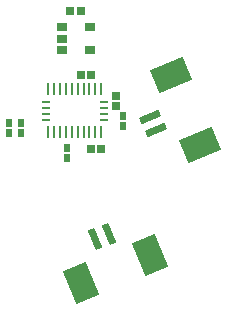
<source format=gbp>
G04 Layer_Color=16770453*
%FSLAX25Y25*%
%MOIN*%
G70*
G01*
G75*
%ADD21R,0.02677X0.02520*%
%ADD35R,0.00800X0.04067*%
%ADD36R,0.02673X0.00800*%
G04:AMPARAMS|DCode=37|XSize=82.68mil|YSize=118.11mil|CornerRadius=0mil|HoleSize=0mil|Usage=FLASHONLY|Rotation=292.500|XOffset=0mil|YOffset=0mil|HoleType=Round|Shape=Rectangle|*
%AMROTATEDRECTD37*
4,1,4,-0.07038,0.01559,0.03874,0.06079,0.07038,-0.01559,-0.03874,-0.06079,-0.07038,0.01559,0.0*
%
%ADD37ROTATEDRECTD37*%

G04:AMPARAMS|DCode=38|XSize=23.62mil|YSize=70.87mil|CornerRadius=0mil|HoleSize=0mil|Usage=FLASHONLY|Rotation=292.500|XOffset=0mil|YOffset=0mil|HoleType=Round|Shape=Rectangle|*
%AMROTATEDRECTD38*
4,1,4,-0.03726,-0.00265,0.02822,0.02447,0.03726,0.00265,-0.02822,-0.02447,-0.03726,-0.00265,0.0*
%
%ADD38ROTATEDRECTD38*%

G04:AMPARAMS|DCode=39|XSize=82.68mil|YSize=118.11mil|CornerRadius=0mil|HoleSize=0mil|Usage=FLASHONLY|Rotation=202.500|XOffset=0mil|YOffset=0mil|HoleType=Round|Shape=Rectangle|*
%AMROTATEDRECTD39*
4,1,4,0.01559,0.07038,0.06079,-0.03874,-0.01559,-0.07038,-0.06079,0.03874,0.01559,0.07038,0.0*
%
%ADD39ROTATEDRECTD39*%

G04:AMPARAMS|DCode=40|XSize=23.62mil|YSize=70.87mil|CornerRadius=0mil|HoleSize=0mil|Usage=FLASHONLY|Rotation=202.500|XOffset=0mil|YOffset=0mil|HoleType=Round|Shape=Rectangle|*
%AMROTATEDRECTD40*
4,1,4,-0.00265,0.03726,0.02447,-0.02822,0.00265,-0.03726,-0.02447,0.02822,-0.00265,0.03726,0.0*
%
%ADD40ROTATEDRECTD40*%

%ADD41R,0.02362X0.02559*%
%ADD42R,0.02520X0.02677*%
%ADD43R,0.03543X0.02559*%
D21*
X296890Y341831D02*
D03*
X300354D02*
D03*
X303701Y317323D02*
D03*
X300236D02*
D03*
X293543Y362992D02*
D03*
X297008D02*
D03*
D35*
X303807Y337073D02*
D03*
X301839D02*
D03*
X299870D02*
D03*
X297902D02*
D03*
X295933D02*
D03*
X293965D02*
D03*
X291996D02*
D03*
X290028D02*
D03*
X288059D02*
D03*
X286090D02*
D03*
Y322770D02*
D03*
X288059D02*
D03*
X290028D02*
D03*
X291996D02*
D03*
X293965D02*
D03*
X295933D02*
D03*
X297902D02*
D03*
X299870D02*
D03*
X301839D02*
D03*
X303807D02*
D03*
D36*
X304553Y326969D02*
D03*
Y328937D02*
D03*
Y330906D02*
D03*
Y332874D02*
D03*
X285345Y326969D02*
D03*
Y328937D02*
D03*
Y330906D02*
D03*
Y332874D02*
D03*
D37*
X327149Y341748D02*
D03*
X336716Y318651D02*
D03*
D38*
X321962Y323406D02*
D03*
X320079Y327953D02*
D03*
D39*
X320094Y281906D02*
D03*
X296997Y272339D02*
D03*
D40*
X301753Y287093D02*
D03*
X306299Y288976D02*
D03*
D41*
X273031Y322539D02*
D03*
Y325886D02*
D03*
X277067Y322539D02*
D03*
Y325886D02*
D03*
X292520Y314075D02*
D03*
Y317421D02*
D03*
X311024Y328051D02*
D03*
Y324705D02*
D03*
D42*
X308661Y334803D02*
D03*
Y331339D02*
D03*
D43*
X300000Y350197D02*
D03*
Y357677D02*
D03*
X290551D02*
D03*
Y353937D02*
D03*
Y350197D02*
D03*
M02*

</source>
